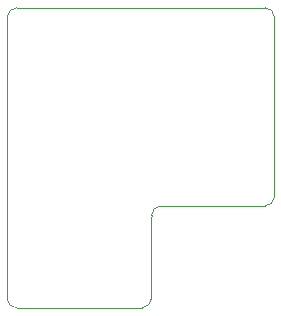
<source format=gbr>
%TF.GenerationSoftware,KiCad,Pcbnew,(6.0.0)*%
%TF.CreationDate,2022-01-11T14:15:26-05:00*%
%TF.ProjectId,automatic_night_light,6175746f-6d61-4746-9963-5f6e69676874,1*%
%TF.SameCoordinates,Original*%
%TF.FileFunction,Profile,NP*%
%FSLAX46Y46*%
G04 Gerber Fmt 4.6, Leading zero omitted, Abs format (unit mm)*
G04 Created by KiCad (PCBNEW (6.0.0)) date 2022-01-11 14:15:26*
%MOMM*%
%LPD*%
G01*
G04 APERTURE LIST*
%TA.AperFunction,Profile*%
%ADD10C,0.100000*%
%TD*%
G04 APERTURE END LIST*
D10*
X125473382Y-82565408D02*
G75*
G03*
X126272578Y-83312000I772894J26302D01*
G01*
X136887650Y-83314619D02*
G75*
G03*
X137668000Y-82550000I-75536J857602D01*
G01*
X137683408Y-75475197D02*
X137668000Y-75692000D01*
X137668000Y-82550000D02*
X137668000Y-75692000D01*
X138430000Y-74676001D02*
G75*
G03*
X137683408Y-75475197I72063J-815643D01*
G01*
X147320000Y-74675999D02*
G75*
G03*
X148082000Y-73914000I1J761999D01*
G01*
X148081998Y-58674000D02*
G75*
G03*
X147320000Y-57912000I-747003J14996D01*
G01*
X126268815Y-57912001D02*
G75*
G03*
X125476000Y-58674000I-15408J-777407D01*
G01*
X136887650Y-83314619D02*
X126272578Y-83312000D01*
X147320000Y-74676000D02*
X138430000Y-74676000D01*
X148082000Y-58674000D02*
X148082000Y-73914000D01*
X126268815Y-57912000D02*
X147320000Y-57912000D01*
X125473381Y-82565408D02*
X125476000Y-58674000D01*
M02*

</source>
